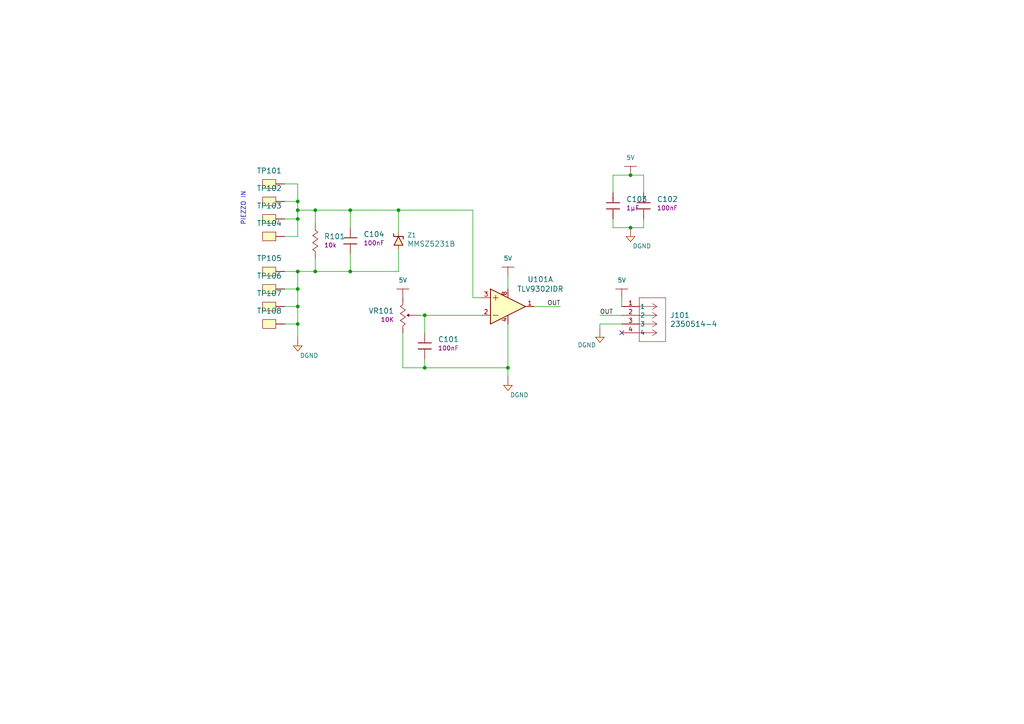
<source format=kicad_sch>
(kicad_sch (version 20231120) (generator "eeschema") (generator_version "8.0")
  (paper "A4")
  (lib_symbols
    (symbol "Amplifiers:TLV9302IDR" (pin_names (offset 0.254))
      (property "Reference" "U" (at 0.762 -7.366 0))
      (property "Value" "TLV9302IDR" (at 0.762 -9.906 0))
      (symbol "TLV9302IDR_0_1"
        (polyline (pts (xy -3.048 -2.54) (xy -1.524 -2.54)))
        (polyline (pts (xy -3.048 2.54) (xy -1.524 2.54)))
        (polyline (pts (xy -2.286 3.302) (xy -2.286 1.778)))
        (polyline (pts (xy -3.81 5.08) (xy -3.81 -5.08) (xy 6.35 0) (xy -3.81 5.08)) (stroke (width 0.254)) (fill (type background)))
      )
      (symbol "TLV9302IDR_1_1"
        (pin output line (at 8.89 0 180) (length 2.54) (name "") (number "1"))
        (pin input line (at -6.35 -2.54 0) (length 2.54) (name "") (number "2"))
        (pin input line (at -6.35 2.54 0) (length 2.54) (name "") (number "3"))
        (pin power_in line (at 1.27 -5.08 90) (length 2.54) (name "") (number "4"))
        (pin power_in line (at 1.27 5.08 270) (length 2.54) (name "") (number "8"))
      )
      (symbol "TLV9302IDR_2_1"
        (pin input line (at -6.35 2.54 0) (length 2.54) (name "") (number "5"))
        (pin input line (at -6.35 -2.54 0) (length 2.54) (name "") (number "6"))
        (pin output line (at 8.89 0 180) (length 2.54) (name "") (number "7"))
      )
    )
    (symbol "Capacitors:885012107015" (pin_numbers hide) (pin_names (offset 0) hide)
      (property "Reference" "C" (at -1.27 4.064 0))
      (property "Capacitance (Farad)" "1µF" (at -1.27 -3.048 0))
      (symbol "885012107015_0_1"
        (polyline (pts (xy -2.54 0) (xy -2.286 0)))
        (polyline (pts (xy -2.159 1.905) (xy -2.159 -1.905)) (stroke (width 0.254)))
        (polyline (pts (xy -0.381 1.905) (xy -0.381 -1.905)) (stroke (width 0.254)))
        (polyline (pts (xy 0 0) (xy -0.254 0)))
        (polyline (pts (xy 0.635 0) (xy 1.27 0)))
      )
      (symbol "885012107015_1_1"
        (pin passive line (at -5.08 0 0) (length 2.54) (name "1") (number "1"))
        (pin passive line (at 2.54 0 180) (length 2.54) (name "2") (number "2"))
      )
    )
    (symbol "Capacitors:885012207098" (pin_numbers hide) (pin_names (offset 0) hide)
      (property "Reference" "C" (at -1.27 4.064 0))
      (property "Capacitance (Farad)" "100nF" (at -1.27 -3.048 0))
      (symbol "885012207098_0_1"
        (polyline (pts (xy -2.54 0) (xy -2.286 0)))
        (polyline (pts (xy -2.159 1.905) (xy -2.159 -1.905)) (stroke (width 0.254)))
        (polyline (pts (xy -0.381 1.905) (xy -0.381 -1.905)) (stroke (width 0.254)))
        (polyline (pts (xy 0 0) (xy -0.254 0)))
        (polyline (pts (xy 0.635 0) (xy 1.27 0)))
      )
      (symbol "885012207098_1_1"
        (pin passive line (at -5.08 0 0) (length 2.54) (name "1") (number "1"))
        (pin passive line (at 2.54 0 180) (length 2.54) (name "2") (number "2"))
      )
    )
    (symbol "Connectors:2350514-4" (pin_names (offset 0.254))
      (property "Reference" "J" (at 8.89 6.35 0))
      (property "Value" "2350514-4" (at 0 0 0))
      (symbol "2350514-4_1_1"
        (polyline (pts (xy 5.08 -10.16) (xy 12.7 -10.16)) (stroke (width 0.127)))
        (polyline (pts (xy 5.08 2.54) (xy 5.08 -10.16)) (stroke (width 0.127)))
        (polyline (pts (xy 10.16 -7.62) (xy 5.08 -7.62)) (stroke (width 0.127)))
        (polyline (pts (xy 10.16 -7.62) (xy 8.89 -8.4667)) (stroke (width 0.127)))
        (polyline (pts (xy 10.16 -7.62) (xy 8.89 -6.7733)) (stroke (width 0.127)))
        (polyline (pts (xy 10.16 -5.08) (xy 5.08 -5.08)) (stroke (width 0.127)))
        (polyline (pts (xy 10.16 -5.08) (xy 8.89 -5.9267)) (stroke (width 0.127)))
        (polyline (pts (xy 10.16 -5.08) (xy 8.89 -4.2333)) (stroke (width 0.127)))
        (polyline (pts (xy 10.16 -2.54) (xy 5.08 -2.54)) (stroke (width 0.127)))
        (polyline (pts (xy 10.16 -2.54) (xy 8.89 -3.3867)) (stroke (width 0.127)))
        (polyline (pts (xy 10.16 -2.54) (xy 8.89 -1.6933)) (stroke (width 0.127)))
        (polyline (pts (xy 10.16 0) (xy 5.08 0)) (stroke (width 0.127)))
        (polyline (pts (xy 10.16 0) (xy 8.89 -0.8467)) (stroke (width 0.127)))
        (polyline (pts (xy 10.16 0) (xy 8.89 0.8467)) (stroke (width 0.127)))
        (polyline (pts (xy 12.7 -10.16) (xy 12.7 2.54)) (stroke (width 0.127)))
        (polyline (pts (xy 12.7 2.54) (xy 5.08 2.54)) (stroke (width 0.127)))
        (pin unspecified line (at 0 0 0) (length 5.08) (name "1") (number "1"))
        (pin unspecified line (at 0 -2.54 0) (length 5.08) (name "2") (number "2"))
        (pin unspecified line (at 0 -5.08 0) (length 5.08) (name "3") (number "3"))
        (pin unspecified line (at 0 -7.62 0) (length 5.08) (name "4") (number "4"))
      )
      (symbol "2350514-4_1_2"
        (polyline (pts (xy 5.08 -10.16) (xy 12.7 -10.16)) (stroke (width 0.127)))
        (polyline (pts (xy 5.08 2.54) (xy 5.08 -10.16)) (stroke (width 0.127)))
        (polyline (pts (xy 7.62 -7.62) (xy 5.08 -7.62)) (stroke (width 0.127)))
        (polyline (pts (xy 7.62 -7.62) (xy 8.89 -8.4667)) (stroke (width 0.127)))
        (polyline (pts (xy 7.62 -7.62) (xy 8.89 -6.7733)) (stroke (width 0.127)))
        (polyline (pts (xy 7.62 -5.08) (xy 5.08 -5.08)) (stroke (width 0.127)))
        (polyline (pts (xy 7.62 -5.08) (xy 8.89 -5.9267)) (stroke (width 0.127)))
        (polyline (pts (xy 7.62 -5.08) (xy 8.89 -4.2333)) (stroke (width 0.127)))
        (polyline (pts (xy 7.62 -2.54) (xy 5.08 -2.54)) (stroke (width 0.127)))
        (polyline (pts (xy 7.62 -2.54) (xy 8.89 -3.3867)) (stroke (width 0.127)))
        (polyline (pts (xy 7.62 -2.54) (xy 8.89 -1.6933)) (stroke (width 0.127)))
        (polyline (pts (xy 7.62 0) (xy 5.08 0)) (stroke (width 0.127)))
        (polyline (pts (xy 7.62 0) (xy 8.89 -0.8467)) (stroke (width 0.127)))
        (polyline (pts (xy 7.62 0) (xy 8.89 0.8467)) (stroke (width 0.127)))
        (polyline (pts (xy 12.7 -10.16) (xy 12.7 2.54)) (stroke (width 0.127)))
        (polyline (pts (xy 12.7 2.54) (xy 5.08 2.54)) (stroke (width 0.127)))
        (pin unspecified line (at 0 0 0) (length 5.08) (name "1") (number "1"))
        (pin unspecified line (at 0 -2.54 0) (length 5.08) (name "2") (number "2"))
        (pin unspecified line (at 0 -5.08 0) (length 5.08) (name "3") (number "3"))
        (pin unspecified line (at 0 -7.62 0) (length 5.08) (name "4") (number "4"))
      )
    )
    (symbol "Connectors:Test_Point_THM" (pin_numbers hide) (pin_names (offset 0) hide)
      (property "Reference" "TP" (at -5.08 2.54 0))
      (symbol "Test_Point_THM_0_1"
        (rectangle (start -6.35 1.27) (end -2.54 -1.27) (fill (type background)))
      )
      (symbol "Test_Point_THM_1_1"
        (pin passive line (at 0 0 180) (length 2.54) (name "TP") (number "1"))
      )
    )
    (symbol "Diodes:MMSZ5231B-7-F" (pin_numbers hide) (pin_names (offset 0) hide)
      (property "Reference" "Z" (at 0 3.048 0))
      (property "Value" "MMSZ5231B" (at 0 -3.302 0))
      (symbol "MMSZ5231B-7-F_0_1"
        (polyline (pts (xy -1.27 1.27) (xy -1.27 -1.27) (xy 1.27 0) (xy -1.27 1.27)) (stroke (width 0.254)) (fill (type background)))
      )
      (symbol "MMSZ5231B-7-F_1_1"
        (polyline (pts (xy 1.27 -1.397) (xy 0.508 -1.397)) (stroke (width 0.254)))
        (polyline (pts (xy 1.27 -1.397) (xy 1.27 1.397) (xy 2.032 1.397)) (stroke (width 0.254)))
        (pin input line (at 2.54 0 180) (length 1.27) (name "Cathode") (number "1"))
        (pin input line (at -2.54 0 0) (length 1.27) (name "Anode") (number "2"))
      )
    )
    (symbol "Power_Port:5V" (power) (pin_numbers hide) (pin_names (offset 0) hide)
      (property "Value" "5V" (at -0.254 3.556 0))
      (symbol "5V_0_1"
        (polyline (pts (xy -1.778 2.54) (xy 0 2.54)))
        (polyline (pts (xy 0 0) (xy 0 2.54)))
        (polyline (pts (xy 0 2.54) (xy 1.778 2.54)))
      )
      (symbol "5V_1_1"
        (pin power_in line (at 0 0 90) (length 0) hide (name "5V") (number "1"))
      )
    )
    (symbol "Power_Port:DGND" (power) (pin_numbers hide) (pin_names (offset 0) hide)
      (property "Value" "DGND" (at 0 -2.54 0))
      (symbol "DGND_0_1"
        (polyline (pts (xy 0 0) (xy 1.27 0)))
        (polyline (pts (xy -1.27 0) (xy 0 -1.524) (xy 1.27 0)) (fill (type background)))
        (polyline (pts (xy 0 2.54) (xy 0 0) (xy -1.27 0)))
      )
      (symbol "DGND_1_1"
        (pin power_in line (at 0 2.54 90) (length 0) hide (name "DGND") (number "1"))
      )
    )
    (symbol "Resistors:67WR10KLF" (pin_numbers hide) (pin_names (offset 0) hide)
      (property "Reference" "VR" (at 2.794 2.921 0))
      (property "Resistance (Ohms)" "10K" (at 7.62 0 0))
      (symbol "67WR10KLF_0_1"
        (rectangle (start 0 -3.048) (end 0 -3.81))
        (polyline (pts (xy -3.81 0) (xy -1.143 0) (xy -1.778 0.381) (xy -1.778 -0.381) (xy -1.143 0)) (fill (type outline)))
        (polyline (pts (xy 0 -3.048) (xy 0.762 -2.54) (xy 0 -2.032) (xy -0.762 -1.524) (xy 0 -1.016) (xy 0.762 -0.508) (xy 0 0) (xy -0.762 0.508) (xy 0 1.016) (xy 0.762 1.524) (xy 0 2.032) (xy -0.762 2.54) (xy 0 3.048)))
        (rectangle (start 0 3.81) (end 0 3.048))
      )
      (symbol "67WR10KLF_1_1"
        (pin passive line (at 0 5.08 270) (length 1.27) (name "~") (number "1"))
        (pin passive line (at 0 -5.08 90) (length 1.27) (name "~") (number "2"))
        (pin passive line (at -5.08 0 0) (length 1.27) (name "~") (number "3"))
      )
    )
    (symbol "Resistors:RC0805JR-0710KL" (pin_numbers hide) (pin_names (offset 0) hide)
      (property "Reference" "R" (at 0 2.032 0))
      (property "Resistance (Ohms)" "10k" (at 0 -1.778 0))
      (symbol "RC0805JR-0710KL_0_1"
        (rectangle (start -3.048 0) (end -3.81 0))
        (polyline (pts (xy -3.048 0) (xy -2.54 0.762) (xy -2.032 0) (xy -1.524 -0.762) (xy -1.016 0) (xy -0.508 0.762) (xy 0 0) (xy 0.508 -0.762) (xy 1.016 0) (xy 1.524 0.762) (xy 2.032 0) (xy 2.54 -0.762) (xy 3.048 0)))
        (rectangle (start 3.81 0) (end 3.048 0))
      )
      (symbol "RC0805JR-0710KL_1_1"
        (pin passive line (at -5.08 0 0) (length 1.27) (name "1") (number "1"))
        (pin passive line (at 5.08 0 180) (length 1.27) (name "2") (number "2"))
      )
    )
  )
  (junction (at 101.6 60.96))
  (junction (at 91.44 78.74))
  (junction (at 123.19 91.44))
  (junction (at 115.57 60.96))
  (junction (at 86.36 78.74))
  (junction (at 101.6 78.74))
  (junction (at 123.19 106.68))
  (junction (at 86.36 93.98))
  (junction (at 182.88 66.04))
  (junction (at 91.44 60.96))
  (junction (at 182.88 50.8))
  (junction (at 86.36 63.5))
  (junction (at 86.36 58.42))
  (junction (at 86.36 88.9))
  (junction (at 147.32 106.68))
  (junction (at 86.36 60.96))
  (junction (at 86.36 83.82))
  (no_connect (at 180.34 96.52))
  (wire (pts (xy 86.36 88.9) (xy 86.36 83.82)))
  (wire (pts (xy 116.84 106.68) (xy 116.84 96.52)))
  (wire (pts (xy 115.57 60.96) (xy 137.16 60.96)))
  (wire (pts (xy 186.69 66.04) (xy 186.69 63.5)))
  (wire (pts (xy 186.69 50.8) (xy 182.88 50.8)))
  (wire (pts (xy 123.19 91.44) (xy 123.19 96.52)))
  (wire (pts (xy 177.8 66.04) (xy 182.88 66.04)))
  (wire (pts (xy 147.32 106.68) (xy 147.32 109.22)))
  (wire (pts (xy 91.44 78.74) (xy 86.36 78.74)))
  (wire (pts (xy 86.36 63.5) (xy 86.36 60.96)))
  (wire (pts (xy 123.19 91.44) (xy 139.7 91.44)))
  (wire (pts (xy 101.6 60.96) (xy 101.6 66.04)))
  (wire (pts (xy 115.57 78.74) (xy 101.6 78.74)))
  (wire (pts (xy 137.16 60.96) (xy 137.16 86.36)))
  (wire (pts (xy 91.44 64.77) (xy 91.44 60.96)))
  (wire (pts (xy 82.55 83.82) (xy 86.36 83.82)))
  (wire (pts (xy 82.55 63.5) (xy 86.36 63.5)))
  (wire (pts (xy 101.6 60.96) (xy 115.57 60.96)))
  (wire (pts (xy 91.44 74.93) (xy 91.44 78.74)))
  (wire (pts (xy 116.84 106.68) (xy 123.19 106.68)))
  (wire (pts (xy 115.57 78.74) (xy 115.57 72.39)))
  (wire (pts (xy 173.99 93.98) (xy 180.34 93.98)))
  (wire (pts (xy 86.36 53.34) (xy 82.55 53.34)))
  (wire (pts (xy 173.99 93.98) (xy 173.99 95.25)))
  (wire (pts (xy 82.55 88.9) (xy 86.36 88.9)))
  (wire (pts (xy 121.92 91.44) (xy 123.19 91.44)))
  (wire (pts (xy 186.69 55.88) (xy 186.69 50.8)))
  (wire (pts (xy 177.8 55.88) (xy 177.8 50.8)))
  (wire (pts (xy 101.6 78.74) (xy 91.44 78.74)))
  (wire (pts (xy 177.8 63.5) (xy 177.8 66.04)))
  (wire (pts (xy 86.36 60.96) (xy 91.44 60.96)))
  (wire (pts (xy 123.19 104.14) (xy 123.19 106.68)))
  (wire (pts (xy 86.36 97.79) (xy 86.36 93.98)))
  (wire (pts (xy 123.19 106.68) (xy 147.32 106.68)))
  (wire (pts (xy 86.36 93.98) (xy 86.36 88.9)))
  (wire (pts (xy 182.88 66.04) (xy 186.69 66.04)))
  (wire (pts (xy 91.44 60.96) (xy 101.6 60.96)))
  (wire (pts (xy 82.55 68.58) (xy 86.36 68.58)))
  (wire (pts (xy 86.36 78.74) (xy 82.55 78.74)))
  (wire (pts (xy 147.32 80.01) (xy 147.32 83.82)))
  (wire (pts (xy 86.36 60.96) (xy 86.36 58.42)))
  (wire (pts (xy 147.32 93.98) (xy 147.32 106.68)))
  (wire (pts (xy 115.57 60.96) (xy 115.57 67.31)))
  (wire (pts (xy 82.55 93.98) (xy 86.36 93.98)))
  (wire (pts (xy 173.99 91.44) (xy 180.34 91.44)))
  (wire (pts (xy 82.55 58.42) (xy 86.36 58.42)))
  (wire (pts (xy 101.6 73.66) (xy 101.6 78.74)))
  (wire (pts (xy 154.94 88.9) (xy 162.56 88.9)))
  (wire (pts (xy 86.36 68.58) (xy 86.36 63.5)))
  (wire (pts (xy 86.36 83.82) (xy 86.36 78.74)))
  (wire (pts (xy 180.34 86.36) (xy 180.34 88.9)))
  (wire (pts (xy 177.8 50.8) (xy 182.88 50.8)))
  (wire (pts (xy 137.16 86.36) (xy 139.7 86.36)))
  (wire (pts (xy 86.36 58.42) (xy 86.36 53.34)))
  (text "PIEZZO IN" (at 70.612 60.452 90) (effects (font (size 1.27 1.27))))
  (label "OUT" (at 162.56 88.9 180))
  (label "OUT" (at 173.99 91.44 0))
  (symbol (lib_id "Connectors:Test_Point_THM") (at 82.55 68.58 0) (unit 1)
    (property "Reference" "TP104" (at 78.105 64.77 0) (effects (font (size 1.524 1.524))))
    (property "Value" "Test_Point_THM" (effects (hide yes)))
    (property "Footprint" "Connectors:Keystone_5001" (effects (hide yes)))
    (property "Datasheet" "http://keyelco.com/userAssets/file/M65p56.pdf" (effects (hide yes)))
    (property "Description" "TEST POINT PC MINI .040\"D BLACK" (effects (hide yes)))
    (property "Supplier" "Digikey" (effects (hide yes)))
    (property "Supplier Part Number" "36-5001-ND" (effects (hide yes)))
    (property "Manufacturer" "Keystone Electronics" (effects (hide yes)))
    (property "Manufacturer Part Number" "5001" (effects (hide yes)))
  )
  (symbol (lib_id "Power_Port:DGND") (at 182.88 68.58 0) (unit 1)
    (property "Reference" "#PWR0108" (effects (hide yes)))
    (property "Value" "DGND" (at 186.182 71.374 0))
  )
  (symbol (lib_id "Connectors:Test_Point_THM") (at 82.55 88.9 0) (unit 1)
    (property "Reference" "TP107" (at 78.105 85.09 0) (effects (font (size 1.524 1.524))))
    (property "Value" "Test_Point_THM" (effects (hide yes)))
    (property "Footprint" "Connectors:Keystone_5001" (effects (hide yes)))
    (property "Datasheet" "http://keyelco.com/userAssets/file/M65p56.pdf" (effects (hide yes)))
    (property "Description" "TEST POINT PC MINI .040\"D BLACK" (effects (hide yes)))
    (property "Supplier" "Digikey" (effects (hide yes)))
    (property "Supplier Part Number" "36-5001-ND" (effects (hide yes)))
    (property "Manufacturer" "Keystone Electronics" (effects (hide yes)))
    (property "Manufacturer Part Number" "5001" (effects (hide yes)))
  )
  (symbol (lib_id "Connectors:Test_Point_THM") (at 82.55 93.98 0) (unit 1)
    (property "Reference" "TP108" (at 78.105 90.17 0) (effects (font (size 1.524 1.524))))
    (property "Value" "Test_Point_THM" (effects (hide yes)))
    (property "Footprint" "Connectors:Keystone_5001" (effects (hide yes)))
    (property "Datasheet" "http://keyelco.com/userAssets/file/M65p56.pdf" (effects (hide yes)))
    (property "Description" "TEST POINT PC MINI .040\"D BLACK" (effects (hide yes)))
    (property "Supplier" "Digikey" (effects (hide yes)))
    (property "Supplier Part Number" "36-5001-ND" (effects (hide yes)))
    (property "Manufacturer" "Keystone Electronics" (effects (hide yes)))
    (property "Manufacturer Part Number" "5001" (effects (hide yes)))
  )
  (symbol (lib_id "Resistors:67WR10KLF") (at 116.84 91.44 180) (unit 1)
    (property "Reference" "VR101" (at 114.3 90.1699 0) (effects (font (size 1.524 1.524)) (justify left)))
    (property "Value" "67WR10KLF" (effects (hide yes)))
    (property "Footprint" "Resistors:67W" (effects (hide yes)))
    (property "Datasheet" "https://www.ttelectronics.com/TTElectronics/media/ProductFiles/Datasheet/67.pdf" (effects (hide yes)))
    (property "Description" "TRIMMER 10K OHM 0.5W TH" (effects (hide yes)))
    (property "Supplier" "Digikey" (effects (hide yes)))
    (property "Supplier Part Number" "987-1088-ND" (effects (hide yes)))
    (property "Manufacturer" "TT Electronics/BI" (effects (hide yes)))
    (property "Manufacturer Part Number" "67WR10KLF" (effects (hide yes)))
    (property "Resistance (Ohms)" "10K" (at 114.3 92.7099 0) (effects (justify left)))
    (property "Puissance (Watts)" "0.5W" (effects (hide yes)))
    (property "Tolerance (%)" "±10%" (effects (hide yes)))
  )
  (symbol (lib_id "Power_Port:5V") (at 182.88 50.8 0) (unit 1)
    (property "Reference" "#PWR0107" (effects (hide yes)))
    (property "Value" "5V" (at 182.88 45.72 0))
  )
  (symbol (lib_id "Connectors:Test_Point_THM") (at 82.55 53.34 0) (unit 1)
    (property "Reference" "TP101" (at 78.105 49.53 0) (effects (font (size 1.524 1.524))))
    (property "Value" "Test_Point_THM" (effects (hide yes)))
    (property "Footprint" "Connectors:Keystone_5001" (effects (hide yes)))
    (property "Datasheet" "http://keyelco.com/userAssets/file/M65p56.pdf" (effects (hide yes)))
    (property "Description" "TEST POINT PC MINI .040\"D BLACK" (effects (hide yes)))
    (property "Supplier" "Digikey" (effects (hide yes)))
    (property "Supplier Part Number" "36-5001-ND" (effects (hide yes)))
    (property "Manufacturer" "Keystone Electronics" (effects (hide yes)))
    (property "Manufacturer Part Number" "5001" (effects (hide yes)))
  )
  (symbol (lib_id "Connectors:2350514-4") (at 180.34 88.9 0) (unit 1)
    (property "Reference" "J101" (at 194.31 91.4399 0) (effects (font (size 1.524 1.524)) (justify left)))
    (property "Value" "2350514-4" (at 194.31 93.9799 0) (effects (font (size 1.524 1.524)) (justify left)))
    (property "Footprint" "CONN4_1155650000_TEC" (effects (hide yes)))
    (property "Datasheet" "2350514-4" (effects (hide yes)))
    (property "Description" "Terminal block 4pos 3.5mm" (effects (hide yes)))
    (property "Supplier Part Number" "A145380-ND" (effects (hide yes)))
    (property "Supplier" "Digikey" (effects (hide yes)))
    (property "Manufacturer" "TE" (effects (hide yes)))
    (property "Manufacturer Part Number" "2350514-4" (effects (hide yes)))
  )
  (symbol (lib_id "Connectors:Test_Point_THM") (at 82.55 58.42 0) (unit 1)
    (property "Reference" "TP102" (at 78.105 54.61 0) (effects (font (size 1.524 1.524))))
    (property "Value" "Test_Point_THM" (effects (hide yes)))
    (property "Footprint" "Connectors:Keystone_5001" (effects (hide yes)))
    (property "Datasheet" "http://keyelco.com/userAssets/file/M65p56.pdf" (effects (hide yes)))
    (property "Description" "TEST POINT PC MINI .040\"D BLACK" (effects (hide yes)))
    (property "Supplier" "Digikey" (effects (hide yes)))
    (property "Supplier Part Number" "36-5001-ND" (effects (hide yes)))
    (property "Manufacturer" "Keystone Electronics" (effects (hide yes)))
    (property "Manufacturer Part Number" "5001" (effects (hide yes)))
  )
  (symbol (lib_id "Power_Port:DGND") (at 147.32 111.76 0) (unit 1)
    (property "Reference" "#PWR0101" (effects (hide yes)))
    (property "Value" "DGND" (at 150.622 114.554 0))
  )
  (symbol (lib_id "Power_Port:5V") (at 116.84 86.36 0) (unit 1)
    (property "Reference" "#PWR0103" (effects (hide yes)))
    (property "Value" "5V" (at 116.84 81.28 0))
  )
  (symbol (lib_id "Power_Port:5V") (at 147.32 80.01 0) (unit 1)
    (property "Reference" "#PWR0102" (effects (hide yes)))
    (property "Value" "5V" (at 147.32 74.93 0))
  )
  (symbol (lib_id "Capacitors:885012107015") (at 177.8 58.42 90) (unit 1)
    (property "Reference" "C103" (at 181.61 57.7849 90) (effects (font (size 1.524 1.524)) (justify right)))
    (property "Value" "885012107015" (effects (hide yes)))
    (property "Footprint" "Capacitors:C0805" (effects (hide yes)))
    (property "Datasheet" "D" (effects (hide yes)))
    (property "Description" "CAP CER 1UF 25V X5R 0805" (effects (hide yes)))
    (property "Supplier" "Digikey" (effects (hide yes)))
    (property "Supplier Part Number" "732-7625-1-ND" (effects (hide yes)))
    (property "Manufacturer" "Wurth Electronics Inc." (effects (hide yes)))
    (property "Manufacturer Part Number" "885012107015" (effects (hide yes)))
    (property "Capacitance (Farad)" "1µF" (at 181.61 60.3249 90) (effects (justify right)))
    (property "Tolerance (%)" "±20%" (effects (hide yes)))
    (property "Voltage Rated (Volt)" "25V" (effects (hide yes)))
  )
  (symbol (lib_id "Capacitors:885012207098") (at 186.69 58.42 90) (unit 1)
    (property "Reference" "C102" (at 190.5 57.7849 90) (effects (font (size 1.524 1.524)) (justify right)))
    (property "Value" "885012207098" (effects (hide yes)))
    (property "Footprint" "Capacitors:C0805" (effects (hide yes)))
    (property "Datasheet" "D" (effects (hide yes)))
    (property "Description" "CAP CER 0.1UF 100nF 50V X7R 0805" (effects (hide yes)))
    (property "Supplier" "Digikey" (effects (hide yes)))
    (property "Supplier Part Number" "732-8080-1-ND" (effects (hide yes)))
    (property "Manufacturer" "Wurth Electronics Inc." (effects (hide yes)))
    (property "Manufacturer Part Number" "885012207098" (effects (hide yes)))
    (property "Capacitance (Farad)" "100nF" (at 190.5 60.3249 90) (effects (justify right)))
    (property "Tolerance (%)" "±10%" (effects (hide yes)))
    (property "Voltage Rated (Volt)" "50V" (effects (hide yes)))
  )
  (symbol (lib_id "Power_Port:DGND") (at 173.99 97.79 0) (unit 1)
    (property "Reference" "#PWR0106" (effects (hide yes)))
    (property "Value" "DGND" (at 170.18 100.076 0))
  )
  (symbol (lib_id "Connectors:Test_Point_THM") (at 82.55 63.5 0) (unit 1)
    (property "Reference" "TP103" (at 78.105 59.69 0) (effects (font (size 1.524 1.524))))
    (property "Value" "Test_Point_THM" (effects (hide yes)))
    (property "Footprint" "Connectors:Keystone_5001" (effects (hide yes)))
    (property "Datasheet" "http://keyelco.com/userAssets/file/M65p56.pdf" (effects (hide yes)))
    (property "Description" "TEST POINT PC MINI .040\"D BLACK" (effects (hide yes)))
    (property "Supplier" "Digikey" (effects (hide yes)))
    (property "Supplier Part Number" "36-5001-ND" (effects (hide yes)))
    (property "Manufacturer" "Keystone Electronics" (effects (hide yes)))
    (property "Manufacturer Part Number" "5001" (effects (hide yes)))
  )
  (symbol (lib_id "Capacitors:885012207098") (at 123.19 99.06 90) (unit 1)
    (property "Reference" "C101" (at 127 98.4249 90) (effects (font (size 1.524 1.524)) (justify right)))
    (property "Value" "885012207098" (effects (hide yes)))
    (property "Footprint" "Capacitors:C0805" (effects (hide yes)))
    (property "Datasheet" "D" (effects (hide yes)))
    (property "Description" "CAP CER 0.1UF 100nF 50V X7R 0805" (effects (hide yes)))
    (property "Supplier" "Digikey" (effects (hide yes)))
    (property "Supplier Part Number" "732-8080-1-ND" (effects (hide yes)))
    (property "Manufacturer" "Wurth Electronics Inc." (effects (hide yes)))
    (property "Manufacturer Part Number" "885012207098" (effects (hide yes)))
    (property "Capacitance (Farad)" "100nF" (at 127 100.9649 90) (effects (justify right)))
    (property "Tolerance (%)" "±10%" (effects (hide yes)))
    (property "Voltage Rated (Volt)" "50V" (effects (hide yes)))
  )
  (symbol (lib_id "Capacitors:885012207098") (at 101.6 68.58 90) (unit 1)
    (property "Reference" "C104" (at 105.41 67.9449 90) (effects (font (size 1.524 1.524)) (justify right)))
    (property "Value" "885012207098" (effects (hide yes)))
    (property "Footprint" "Capacitors:C0805" (effects (hide yes)))
    (property "Datasheet" "D" (effects (hide yes)))
    (property "Description" "CAP CER 0.1UF 100nF 50V X7R 0805" (effects (hide yes)))
    (property "Supplier" "Digikey" (effects (hide yes)))
    (property "Supplier Part Number" "732-8080-1-ND" (effects (hide yes)))
    (property "Manufacturer" "Wurth Electronics Inc." (effects (hide yes)))
    (property "Manufacturer Part Number" "885012207098" (effects (hide yes)))
    (property "Capacitance (Farad)" "100nF" (at 105.41 70.4849 90) (effects (justify right)))
    (property "Tolerance (%)" "±10%" (effects (hide yes)))
    (property "Voltage Rated (Volt)" "50V" (effects (hide yes)))
  )
  (symbol (lib_id "Diodes:MMSZ5231B-7-F") (at 115.57 69.85 90) (unit 1)
    (property "Reference" "Z1" (at 118.11 68.1989 90) (effects (justify right)))
    (property "Value" "MMSZ5231B" (at 118.11 70.7389 90) (effects (font (size 1.524 1.524)) (justify right)))
    (property "Footprint" "Diodes:SOD-123FL" (effects (hide yes)))
    (property "Datasheet" "https://www.diodes.com/assets/Datasheets/ds18010.pdf" (effects (hide yes)))
    (property "Description" "DIODE ZENER 5.1V 500MW SOD123" (effects (hide yes)))
    (property "Supplier" "Digikey" (effects (hide yes)))
    (property "Supplier Part Number" "MMSZ5231B-FDITR-ND" (effects (hide yes)))
    (property "Manufacturer" "Diodes Incorporated" (effects (hide yes)))
    (property "Manufacturer Part Number" "MMSZ5231B-7-F" (effects (hide yes)))
  )
  (symbol (lib_id "Connectors:Test_Point_THM") (at 82.55 83.82 0) (unit 1)
    (property "Reference" "TP106" (at 78.105 80.01 0) (effects (font (size 1.524 1.524))))
    (property "Value" "Test_Point_THM" (effects (hide yes)))
    (property "Footprint" "Connectors:Keystone_5001" (effects (hide yes)))
    (property "Datasheet" "http://keyelco.com/userAssets/file/M65p56.pdf" (effects (hide yes)))
    (property "Description" "TEST POINT PC MINI .040\"D BLACK" (effects (hide yes)))
    (property "Supplier" "Digikey" (effects (hide yes)))
    (property "Supplier Part Number" "36-5001-ND" (effects (hide yes)))
    (property "Manufacturer" "Keystone Electronics" (effects (hide yes)))
    (property "Manufacturer Part Number" "5001" (effects (hide yes)))
  )
  (symbol (lib_id "Resistors:RC0805JR-0710KL") (at 91.44 69.85 90) (unit 1)
    (property "Reference" "R101" (at 93.98 68.5799 90) (effects (font (size 1.524 1.524)) (justify right)))
    (property "Value" "RC0805JR-0710KL" (effects (hide yes)))
    (property "Footprint" "Resistors:R0805" (effects (hide yes)))
    (property "Datasheet" "http://www.yageo.com/documents/recent/PYu-RC_Group_51_RoHS_L_7.pdf" (effects (hide yes)))
    (property "Description" "RES SMD 10K OHM 5% 1/8W 0805" (effects (hide yes)))
    (property "Supplier" "Digikey" (effects (hide yes)))
    (property "Supplier Part Number" "311-10KARCT-ND" (effects (hide yes)))
    (property "Manufacturer" "Yageo" (effects (hide yes)))
    (property "Manufacturer Part Number" "RC0805JR-0710KL" (effects (hide yes)))
    (property "Resistance (Ohms)" "10k" (at 93.98 71.1199 90) (effects (justify right)))
    (property "Tolerance (%)" "±5%" (effects (hide yes)))
    (property "Puissance (Watts)" "1/8W" (effects (hide yes)))
  )
  (symbol (lib_id "Power_Port:DGND") (at 86.36 100.33 0) (unit 1)
    (property "Reference" "#PWR0104" (effects (hide yes)))
    (property "Value" "DGND" (at 89.662 103.124 0))
  )
  (symbol (lib_id "Connectors:Test_Point_THM") (at 82.55 78.74 0) (unit 1)
    (property "Reference" "TP105" (at 78.105 74.93 0) (effects (font (size 1.524 1.524))))
    (property "Value" "Test_Point_THM" (effects (hide yes)))
    (property "Footprint" "Connectors:Keystone_5001" (effects (hide yes)))
    (property "Datasheet" "http://keyelco.com/userAssets/file/M65p56.pdf" (effects (hide yes)))
    (property "Description" "TEST POINT PC MINI .040\"D BLACK" (effects (hide yes)))
    (property "Supplier" "Digikey" (effects (hide yes)))
    (property "Supplier Part Number" "36-5001-ND" (effects (hide yes)))
    (property "Manufacturer" "Keystone Electronics" (effects (hide yes)))
    (property "Manufacturer Part Number" "5001" (effects (hide yes)))
  )
  (symbol (lib_id "Amplifiers:TLV9302IDR") (at 146.05 88.9 0) (unit 1)
    (property "Reference" "U101" (at 156.718 81.026 0) (effects (font (size 1.524 1.524))))
    (property "Value" "TLV9302IDR" (at 156.718 83.82 0) (effects (font (size 1.524 1.524))))
    (property "Footprint" "Assembly:IC8_TLV9302IDR_TEX" (effects (hide yes)))
    (property "Datasheet" "https://www.ti.com/lit/ds/symlink/tlv9301.pdf?HQS=dis-dk-null-digikeymode-dsf-pf-null-wwe&ts=1715651561791" (effects (hide yes)))
    (property "Description" "IC OPAMP GP 2 CIRCUIT 8SOIC" (effects (hide yes)))
    (property "Manufacturer" "Texas Instruments" (effects (hide yes)))
    (property "Manufacturer Part Number" "TLV9302IDR" (effects (hide yes)))
    (property "Supplier" "Digikey" (effects (hide yes)))
    (property "Supplier Part Number" "296-53513-1-ND" (effects (hide yes)))
  )
  (symbol (lib_id "Power_Port:5V") (at 180.34 86.36 0) (unit 1)
    (property "Reference" "#PWR0105" (effects (hide yes)))
    (property "Value" "5V" (at 180.34 81.28 0))
  )
)
</source>
